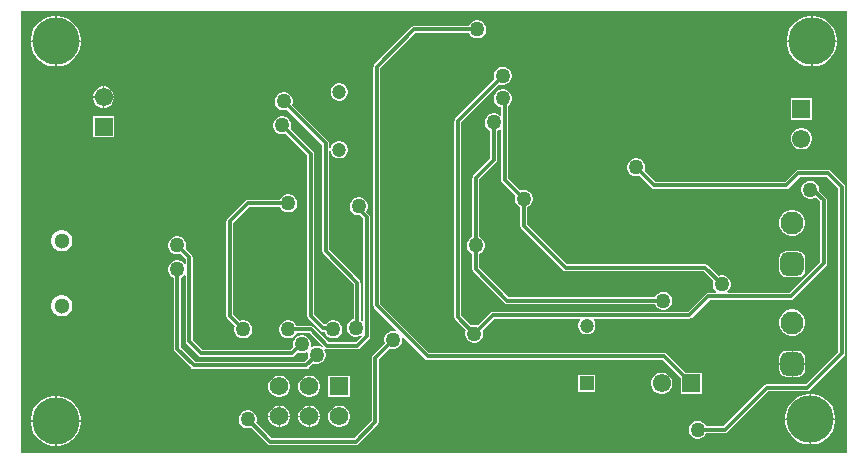
<source format=gbl>
G04*
G04 #@! TF.GenerationSoftware,Altium Limited,Altium Designer,23.10.1 (27)*
G04*
G04 Layer_Physical_Order=2*
G04 Layer_Color=16711680*
%FSLAX44Y44*%
%MOMM*%
G71*
G04*
G04 #@! TF.SameCoordinates,8FD05F9E-8C87-4FDC-AA44-F0996D1C9290*
G04*
G04*
G04 #@! TF.FilePolarity,Positive*
G04*
G01*
G75*
%ADD34C,1.5700*%
%ADD35R,1.5700X1.5700*%
%ADD39R,1.5500X1.5500*%
%ADD40C,1.5500*%
%ADD41R,1.5500X1.5500*%
%ADD46C,0.3200*%
%ADD47C,1.2000*%
%ADD48C,1.3000*%
%ADD49C,1.9500*%
G04:AMPARAMS|DCode=50|XSize=1.95mm|YSize=1.95mm|CornerRadius=0.4875mm|HoleSize=0mm|Usage=FLASHONLY|Rotation=90.000|XOffset=0mm|YOffset=0mm|HoleType=Round|Shape=RoundedRectangle|*
%AMROUNDEDRECTD50*
21,1,1.9500,0.9750,0,0,90.0*
21,1,0.9750,1.9500,0,0,90.0*
1,1,0.9750,0.4875,0.4875*
1,1,0.9750,0.4875,-0.4875*
1,1,0.9750,-0.4875,-0.4875*
1,1,0.9750,-0.4875,0.4875*
%
%ADD50ROUNDEDRECTD50*%
%ADD51R,1.2000X1.2000*%
%ADD52C,4.0000*%
%ADD53C,0.5500*%
%ADD54C,1.2700*%
G36*
X955541Y256039D02*
X256039D01*
Y630421D01*
X955541D01*
Y256039D01*
D02*
G37*
%LPC*%
G36*
X643623Y622300D02*
X641617D01*
X639679Y621781D01*
X637941Y620778D01*
X636522Y619359D01*
X635519Y617621D01*
X635515Y617606D01*
X589280D01*
X588160Y617383D01*
X587211Y616749D01*
X555461Y584999D01*
X554827Y584050D01*
X554604Y582930D01*
Y381000D01*
X554827Y379880D01*
X555461Y378931D01*
X574093Y360299D01*
X573435Y359160D01*
X572503Y359410D01*
X570497D01*
X568559Y358891D01*
X566821Y357887D01*
X565402Y356469D01*
X564399Y354731D01*
X563880Y352793D01*
Y350787D01*
X564399Y348849D01*
X564407Y348835D01*
X554191Y338619D01*
X553557Y337670D01*
X553334Y336550D01*
Y283152D01*
X538538Y268356D01*
X468572D01*
X455403Y281525D01*
X455411Y281539D01*
X455930Y283477D01*
Y285483D01*
X455411Y287421D01*
X454408Y289159D01*
X452989Y290578D01*
X451251Y291581D01*
X449313Y292100D01*
X447307D01*
X445369Y291581D01*
X443631Y290578D01*
X442212Y289159D01*
X441209Y287421D01*
X440690Y285483D01*
Y283477D01*
X441209Y281539D01*
X442212Y279801D01*
X443631Y278382D01*
X445369Y277379D01*
X447307Y276860D01*
X449313D01*
X451251Y277379D01*
X451265Y277387D01*
X465291Y263361D01*
X466240Y262726D01*
X467360Y262504D01*
X539750D01*
X540870Y262726D01*
X541819Y263361D01*
X558329Y279871D01*
X558964Y280820D01*
X559186Y281940D01*
Y335338D01*
X568545Y344697D01*
X568559Y344689D01*
X570497Y344170D01*
X572503D01*
X574441Y344689D01*
X576179Y345692D01*
X577598Y347111D01*
X578601Y348849D01*
X579120Y350787D01*
Y352793D01*
X578870Y353725D01*
X580009Y354383D01*
X598641Y335751D01*
X599590Y335117D01*
X600710Y334894D01*
X799758D01*
X814810Y319842D01*
Y305940D01*
X832850D01*
Y323980D01*
X818948D01*
X803039Y339889D01*
X802090Y340523D01*
X800970Y340746D01*
X601922D01*
X560456Y382212D01*
Y581718D01*
X590492Y611754D01*
X635515D01*
X635519Y611739D01*
X636522Y610001D01*
X637941Y608582D01*
X639679Y607579D01*
X641617Y607060D01*
X643623D01*
X645561Y607579D01*
X647299Y608582D01*
X648717Y610001D01*
X649721Y611739D01*
X650240Y613677D01*
Y615683D01*
X649721Y617621D01*
X648717Y619359D01*
X647299Y620778D01*
X645561Y621781D01*
X643623Y622300D01*
D02*
G37*
G36*
X927925Y625790D02*
X926465D01*
Y605155D01*
X947100D01*
Y606615D01*
X946283Y610724D01*
X944679Y614595D01*
X942352Y618079D01*
X939389Y621041D01*
X935905Y623369D01*
X932034Y624973D01*
X927925Y625790D01*
D02*
G37*
G36*
X925195D02*
X923735D01*
X919626Y624973D01*
X915755Y623369D01*
X912271Y621041D01*
X909308Y618079D01*
X906981Y614595D01*
X905377Y610724D01*
X904560Y606615D01*
Y605155D01*
X925195D01*
Y625790D01*
D02*
G37*
G36*
X287845D02*
X286385D01*
Y605155D01*
X307020D01*
Y606615D01*
X306203Y610724D01*
X304599Y614595D01*
X302271Y618079D01*
X299309Y621041D01*
X295825Y623369D01*
X291954Y624973D01*
X287845Y625790D01*
D02*
G37*
G36*
X285115D02*
X283655D01*
X279546Y624973D01*
X275675Y623369D01*
X272191Y621041D01*
X269228Y618079D01*
X266901Y614595D01*
X265297Y610724D01*
X264480Y606615D01*
Y605155D01*
X285115D01*
Y625790D01*
D02*
G37*
G36*
X947100Y603885D02*
X926465D01*
Y583250D01*
X927925D01*
X932034Y584067D01*
X935905Y585671D01*
X939389Y587999D01*
X942352Y590961D01*
X944679Y594445D01*
X946283Y598316D01*
X947100Y602425D01*
Y603885D01*
D02*
G37*
G36*
X925195D02*
X904560D01*
Y602425D01*
X905377Y598316D01*
X906981Y594445D01*
X909308Y590961D01*
X912271Y587999D01*
X915755Y585671D01*
X919626Y584067D01*
X923735Y583250D01*
X925195D01*
Y603885D01*
D02*
G37*
G36*
X307020D02*
X286385D01*
Y583250D01*
X287845D01*
X291954Y584067D01*
X295825Y585671D01*
X299309Y587999D01*
X302271Y590961D01*
X304599Y594445D01*
X306203Y598316D01*
X307020Y602425D01*
Y603885D01*
D02*
G37*
G36*
X285115D02*
X264480D01*
Y602425D01*
X265297Y598316D01*
X266901Y594445D01*
X269228Y590961D01*
X272191Y587999D01*
X275675Y585671D01*
X279546Y584067D01*
X283655Y583250D01*
X285115D01*
Y603885D01*
D02*
G37*
G36*
X665213Y582930D02*
X663207D01*
X661269Y582411D01*
X659531Y581408D01*
X658112Y579989D01*
X657109Y578251D01*
X656590Y576313D01*
Y574307D01*
X657109Y572369D01*
X657117Y572355D01*
X624041Y539279D01*
X623406Y538330D01*
X623184Y537210D01*
Y370840D01*
X623406Y369720D01*
X624041Y368771D01*
X632987Y359825D01*
X632979Y359811D01*
X632460Y357873D01*
Y355867D01*
X632979Y353929D01*
X633983Y352191D01*
X635401Y350773D01*
X637139Y349769D01*
X639077Y349250D01*
X641083D01*
X643021Y349769D01*
X644759Y350773D01*
X646178Y352191D01*
X647181Y353929D01*
X647700Y355867D01*
Y357873D01*
X647181Y359811D01*
X647173Y359825D01*
X657052Y369704D01*
X729196D01*
X729723Y368434D01*
X729513Y368224D01*
X728555Y366566D01*
X728060Y364717D01*
Y362803D01*
X728555Y360954D01*
X729513Y359296D01*
X730866Y357943D01*
X732524Y356985D01*
X734373Y356490D01*
X736287D01*
X738136Y356985D01*
X739794Y357943D01*
X741147Y359296D01*
X742105Y360954D01*
X742600Y362803D01*
Y364717D01*
X742105Y366566D01*
X741147Y368224D01*
X740938Y368434D01*
X741464Y369704D01*
X822210D01*
X823330Y369926D01*
X824279Y370561D01*
X839412Y385694D01*
X908050D01*
X909170Y385917D01*
X910119Y386551D01*
X938059Y414491D01*
X938693Y415440D01*
X938916Y416560D01*
Y469931D01*
X938693Y471050D01*
X938059Y472000D01*
X932180Y477879D01*
Y479793D01*
X931661Y481731D01*
X930658Y483469D01*
X929239Y484888D01*
X927501Y485891D01*
X925563Y486410D01*
X923557D01*
X921619Y485891D01*
X919881Y484888D01*
X918463Y483469D01*
X917459Y481731D01*
X916940Y479793D01*
Y477787D01*
X917459Y475849D01*
X918463Y474111D01*
X919881Y472692D01*
X921619Y471689D01*
X923557Y471170D01*
X925563D01*
X927501Y471689D01*
X929144Y472638D01*
X933064Y468719D01*
Y417772D01*
X906838Y391546D01*
X854881D01*
X854527Y392249D01*
X854443Y392816D01*
X855727Y394101D01*
X856731Y395839D01*
X857250Y397777D01*
Y399783D01*
X856731Y401721D01*
X855727Y403459D01*
X854309Y404878D01*
X852571Y405881D01*
X850633Y406400D01*
X848627D01*
X846689Y405881D01*
X846675Y405873D01*
X837729Y414819D01*
X836780Y415453D01*
X835660Y415676D01*
X718762D01*
X684916Y449522D01*
Y464065D01*
X684931Y464069D01*
X686669Y465073D01*
X688087Y466491D01*
X689091Y468229D01*
X689610Y470167D01*
Y472173D01*
X689091Y474111D01*
X688087Y475849D01*
X686669Y477267D01*
X684931Y478271D01*
X682993Y478790D01*
X680987D01*
X679049Y478271D01*
X679035Y478263D01*
X668736Y488562D01*
Y550074D01*
X668889Y550163D01*
X670307Y551581D01*
X671311Y553319D01*
X671830Y555257D01*
Y557263D01*
X671311Y559201D01*
X670307Y560939D01*
X668889Y562357D01*
X667151Y563361D01*
X665213Y563880D01*
X663207D01*
X661269Y563361D01*
X659531Y562357D01*
X658112Y560939D01*
X657109Y559201D01*
X656590Y557263D01*
Y555257D01*
X657109Y553319D01*
X658112Y551581D01*
X659531Y550163D01*
X661269Y549159D01*
X662884Y548727D01*
Y542219D01*
X661614Y541693D01*
X661269Y542038D01*
X659531Y543041D01*
X657593Y543560D01*
X655587D01*
X653649Y543041D01*
X651911Y542038D01*
X650492Y540619D01*
X649489Y538881D01*
X648970Y536943D01*
Y534937D01*
X649489Y532999D01*
X650492Y531261D01*
X651911Y529842D01*
X653649Y528839D01*
X653664Y528835D01*
Y505402D01*
X639281Y491019D01*
X638647Y490070D01*
X638424Y488950D01*
Y438905D01*
X638409Y438901D01*
X636671Y437897D01*
X635252Y436479D01*
X634249Y434741D01*
X633730Y432803D01*
Y430797D01*
X634249Y428859D01*
X635252Y427121D01*
X636671Y425703D01*
X638409Y424699D01*
X638424Y424695D01*
Y411480D01*
X638647Y410360D01*
X639281Y409411D01*
X665951Y382741D01*
X666900Y382107D01*
X668020Y381884D01*
X792995D01*
X792999Y381869D01*
X794003Y380131D01*
X795421Y378713D01*
X797159Y377709D01*
X799097Y377190D01*
X801103D01*
X803041Y377709D01*
X804779Y378713D01*
X806198Y380131D01*
X807201Y381869D01*
X807720Y383807D01*
Y385813D01*
X807201Y387751D01*
X806198Y389489D01*
X804779Y390908D01*
X803041Y391911D01*
X801103Y392430D01*
X799097D01*
X797159Y391911D01*
X795421Y390908D01*
X794003Y389489D01*
X792999Y387751D01*
X792995Y387736D01*
X669232D01*
X644276Y412692D01*
Y424695D01*
X644291Y424699D01*
X646029Y425703D01*
X647448Y427121D01*
X648451Y428859D01*
X648970Y430797D01*
Y432803D01*
X648451Y434741D01*
X647448Y436479D01*
X646029Y437897D01*
X644291Y438901D01*
X644276Y438905D01*
Y487738D01*
X658659Y502121D01*
X659294Y503070D01*
X659516Y504190D01*
Y528835D01*
X659531Y528839D01*
X661269Y529842D01*
X661614Y530187D01*
X662884Y529661D01*
Y487350D01*
X663107Y486230D01*
X663741Y485281D01*
X674897Y474125D01*
X674889Y474111D01*
X674370Y472173D01*
Y470167D01*
X674889Y468229D01*
X675892Y466491D01*
X677311Y465073D01*
X679049Y464069D01*
X679064Y464065D01*
Y448310D01*
X679286Y447190D01*
X679921Y446241D01*
X715481Y410681D01*
X716430Y410047D01*
X717550Y409824D01*
X834448D01*
X842537Y401735D01*
X842529Y401721D01*
X842010Y399783D01*
Y397777D01*
X842529Y395839D01*
X843532Y394101D01*
X844817Y392816D01*
X844733Y392249D01*
X844379Y391546D01*
X838200D01*
X837080Y391324D01*
X836131Y390689D01*
X820998Y375556D01*
X655840D01*
X654720Y375334D01*
X653771Y374699D01*
X643035Y363963D01*
X643021Y363971D01*
X641083Y364490D01*
X639077D01*
X637139Y363971D01*
X637125Y363963D01*
X629036Y372052D01*
Y535998D01*
X661255Y568217D01*
X661269Y568209D01*
X663207Y567690D01*
X665213D01*
X667151Y568209D01*
X668889Y569212D01*
X670307Y570631D01*
X671311Y572369D01*
X671830Y574307D01*
Y576313D01*
X671311Y578251D01*
X670307Y579989D01*
X668889Y581408D01*
X667151Y582411D01*
X665213Y582930D01*
D02*
G37*
G36*
X327407Y566350D02*
X326855D01*
Y557965D01*
X335240D01*
Y558517D01*
X334625Y560812D01*
X333438Y562868D01*
X331758Y564548D01*
X329702Y565735D01*
X327407Y566350D01*
D02*
G37*
G36*
X325585D02*
X325033D01*
X322738Y565735D01*
X320682Y564548D01*
X319002Y562868D01*
X317815Y560812D01*
X317200Y558517D01*
Y557965D01*
X325585D01*
Y566350D01*
D02*
G37*
G36*
X526737Y568880D02*
X524823D01*
X522974Y568385D01*
X521316Y567427D01*
X519963Y566074D01*
X519005Y564416D01*
X518510Y562567D01*
Y560653D01*
X519005Y558804D01*
X519963Y557146D01*
X521316Y555793D01*
X522974Y554836D01*
X524823Y554340D01*
X526737D01*
X528586Y554836D01*
X530244Y555793D01*
X531597Y557146D01*
X532555Y558804D01*
X533050Y560653D01*
Y562567D01*
X532555Y564416D01*
X531597Y566074D01*
X530244Y567427D01*
X528586Y568385D01*
X526737Y568880D01*
D02*
G37*
G36*
X335240Y556695D02*
X326855D01*
Y548310D01*
X327407D01*
X329702Y548925D01*
X331758Y550112D01*
X333438Y551792D01*
X334625Y553848D01*
X335240Y556143D01*
Y556695D01*
D02*
G37*
G36*
X325585D02*
X317200D01*
Y556143D01*
X317815Y553848D01*
X319002Y551792D01*
X320682Y550112D01*
X322738Y548925D01*
X325033Y548310D01*
X325585D01*
Y556695D01*
D02*
G37*
G36*
X926130Y556190D02*
X908090D01*
Y538150D01*
X926130D01*
Y556190D01*
D02*
G37*
G36*
X335240Y541350D02*
X317200D01*
Y523310D01*
X335240D01*
Y541350D01*
D02*
G37*
G36*
X918298Y531190D02*
X915922D01*
X913628Y530575D01*
X911572Y529388D01*
X909892Y527708D01*
X908705Y525652D01*
X908090Y523358D01*
Y520983D01*
X908705Y518688D01*
X909892Y516632D01*
X911572Y514952D01*
X913628Y513765D01*
X915922Y513150D01*
X918298D01*
X920592Y513765D01*
X922648Y514952D01*
X924328Y516632D01*
X925515Y518688D01*
X926130Y520983D01*
Y523358D01*
X925515Y525652D01*
X924328Y527708D01*
X922648Y529388D01*
X920592Y530575D01*
X918298Y531190D01*
D02*
G37*
G36*
X479793Y561340D02*
X477787D01*
X475849Y560821D01*
X474111Y559818D01*
X472692Y558399D01*
X471689Y556661D01*
X471170Y554723D01*
Y552717D01*
X471689Y550779D01*
X472692Y549041D01*
X474111Y547622D01*
X475849Y546619D01*
X477787Y546100D01*
X479793D01*
X481731Y546619D01*
X481745Y546627D01*
X511424Y516948D01*
Y426720D01*
X511646Y425600D01*
X512281Y424651D01*
X538094Y398838D01*
Y369395D01*
X536809Y369051D01*
X535071Y368047D01*
X533652Y366629D01*
X532649Y364891D01*
X532130Y362953D01*
Y360947D01*
X532649Y359009D01*
X533652Y357271D01*
X535071Y355853D01*
X536809Y354849D01*
X538747Y354330D01*
X540753D01*
X542691Y354849D01*
X543954Y355578D01*
X544734Y354562D01*
X539808Y349636D01*
X516832D01*
X503719Y362749D01*
X502770Y363383D01*
X501650Y363606D01*
X489705D01*
X489701Y363621D01*
X488698Y365359D01*
X487279Y366777D01*
X485541Y367781D01*
X483603Y368300D01*
X481597D01*
X479659Y367781D01*
X477921Y366777D01*
X476502Y365359D01*
X475499Y363621D01*
X474980Y361683D01*
Y359677D01*
X475499Y357739D01*
X476502Y356001D01*
X477921Y354582D01*
X479659Y353579D01*
X481597Y353060D01*
X483603D01*
X485541Y353579D01*
X487279Y354582D01*
X488698Y356001D01*
X489701Y357739D01*
X489705Y357754D01*
X500438D01*
X511714Y346478D01*
X510934Y345462D01*
X509671Y346191D01*
X507733Y346710D01*
X505727D01*
X503789Y346191D01*
X502565Y345484D01*
X501474Y346321D01*
X501650Y346977D01*
Y348983D01*
X501131Y350921D01*
X500127Y352659D01*
X498709Y354077D01*
X496971Y355081D01*
X495033Y355600D01*
X493027D01*
X491089Y355081D01*
X489351Y354077D01*
X487933Y352659D01*
X486929Y350921D01*
X486410Y348983D01*
Y346977D01*
X486822Y345439D01*
X484669Y343286D01*
X410152D01*
X401706Y351732D01*
Y421640D01*
X401483Y422760D01*
X400849Y423709D01*
X395713Y428845D01*
X395721Y428859D01*
X396240Y430797D01*
Y432803D01*
X395721Y434741D01*
X394717Y436479D01*
X393299Y437897D01*
X391561Y438901D01*
X389623Y439420D01*
X387617D01*
X385679Y438901D01*
X383941Y437897D01*
X382523Y436479D01*
X381519Y434741D01*
X381000Y432803D01*
Y430797D01*
X381519Y428859D01*
X382523Y427121D01*
X383941Y425703D01*
X385679Y424699D01*
X387617Y424180D01*
X389623D01*
X391561Y424699D01*
X391575Y424707D01*
X395854Y420428D01*
Y416731D01*
X395151Y416377D01*
X394584Y416293D01*
X393299Y417578D01*
X391561Y418581D01*
X389623Y419100D01*
X387617D01*
X385679Y418581D01*
X383941Y417578D01*
X382523Y416159D01*
X381519Y414421D01*
X381000Y412483D01*
Y410477D01*
X381519Y408539D01*
X382523Y406801D01*
X383941Y405382D01*
X385679Y404379D01*
X385694Y404375D01*
Y344170D01*
X385916Y343050D01*
X386551Y342101D01*
X400521Y328131D01*
X401470Y327496D01*
X402590Y327274D01*
X497840D01*
X498960Y327496D01*
X499909Y328131D01*
X503775Y331997D01*
X503789Y331989D01*
X505727Y331470D01*
X507733D01*
X509671Y331989D01*
X511409Y332993D01*
X512827Y334411D01*
X513831Y336149D01*
X514350Y338087D01*
Y340093D01*
X513831Y342031D01*
X512989Y343489D01*
X513941Y344380D01*
X514500Y344007D01*
X515620Y343784D01*
X541020D01*
X542140Y344007D01*
X543089Y344641D01*
X551039Y352591D01*
X551674Y353540D01*
X551896Y354660D01*
Y455732D01*
X551674Y456851D01*
X551039Y457801D01*
X548501Y460338D01*
X549391Y461879D01*
X549910Y463817D01*
Y465823D01*
X549391Y467761D01*
X548387Y469499D01*
X546969Y470918D01*
X545231Y471921D01*
X543293Y472440D01*
X541287D01*
X539349Y471921D01*
X537611Y470918D01*
X536193Y469499D01*
X535189Y467761D01*
X534670Y465823D01*
Y463817D01*
X535189Y461879D01*
X536193Y460141D01*
X537611Y458722D01*
X539349Y457719D01*
X541287Y457200D01*
X543293D01*
X543348Y457215D01*
X546044Y454520D01*
Y368333D01*
X544936Y367837D01*
X543946Y368534D01*
Y400050D01*
X543723Y401170D01*
X543089Y402119D01*
X517276Y427932D01*
Y511765D01*
X518510Y511853D01*
X519005Y510004D01*
X519963Y508346D01*
X521316Y506993D01*
X522974Y506035D01*
X524823Y505540D01*
X526737D01*
X528586Y506035D01*
X530244Y506993D01*
X531597Y508346D01*
X532555Y510004D01*
X533050Y511853D01*
Y513767D01*
X532555Y515616D01*
X531597Y517274D01*
X530244Y518628D01*
X528586Y519585D01*
X526737Y520080D01*
X524823D01*
X522974Y519585D01*
X521316Y518628D01*
X519963Y517274D01*
X519005Y515616D01*
X518510Y513767D01*
X517276Y513855D01*
Y518160D01*
X517053Y519280D01*
X516419Y520229D01*
X485883Y550765D01*
X485891Y550779D01*
X486410Y552717D01*
Y554723D01*
X485891Y556661D01*
X484888Y558399D01*
X483469Y559818D01*
X481731Y560821D01*
X479793Y561340D01*
D02*
G37*
G36*
X483603Y474980D02*
X481597D01*
X479659Y474461D01*
X477921Y473457D01*
X476502Y472039D01*
X475499Y470301D01*
X475495Y470286D01*
X448310D01*
X447190Y470064D01*
X446241Y469429D01*
X431001Y454189D01*
X430367Y453240D01*
X430144Y452120D01*
Y372110D01*
X430367Y370990D01*
X431001Y370041D01*
X437407Y363635D01*
X437399Y363621D01*
X436880Y361683D01*
Y359677D01*
X437399Y357739D01*
X438402Y356001D01*
X439821Y354582D01*
X441559Y353579D01*
X443497Y353060D01*
X445503D01*
X447441Y353579D01*
X449179Y354582D01*
X450597Y356001D01*
X451601Y357739D01*
X452120Y359677D01*
Y361683D01*
X451601Y363621D01*
X450597Y365359D01*
X449179Y366777D01*
X447441Y367781D01*
X445503Y368300D01*
X443497D01*
X441559Y367781D01*
X441545Y367773D01*
X435996Y373322D01*
Y450908D01*
X449522Y464434D01*
X475495D01*
X475499Y464419D01*
X476502Y462681D01*
X477921Y461263D01*
X479659Y460259D01*
X481597Y459740D01*
X483603D01*
X485541Y460259D01*
X487279Y461263D01*
X488698Y462681D01*
X489701Y464419D01*
X490220Y466357D01*
Y468363D01*
X489701Y470301D01*
X488698Y472039D01*
X487279Y473457D01*
X485541Y474461D01*
X483603Y474980D01*
D02*
G37*
G36*
X910771Y461870D02*
X907869D01*
X905066Y461119D01*
X902554Y459668D01*
X900502Y457616D01*
X899051Y455104D01*
X898300Y452301D01*
Y449399D01*
X899051Y446596D01*
X900502Y444084D01*
X902554Y442032D01*
X905066Y440581D01*
X907869Y439830D01*
X910771D01*
X913574Y440581D01*
X916086Y442032D01*
X918138Y444084D01*
X919589Y446596D01*
X920340Y449399D01*
Y452301D01*
X919589Y455104D01*
X918138Y457616D01*
X916086Y459668D01*
X913574Y461119D01*
X910771Y461870D01*
D02*
G37*
G36*
X292015Y444610D02*
X289645D01*
X287356Y443997D01*
X285304Y442812D01*
X283628Y441136D01*
X282443Y439084D01*
X281830Y436795D01*
Y434425D01*
X282443Y432136D01*
X283628Y430084D01*
X285304Y428408D01*
X287356Y427223D01*
X289645Y426610D01*
X292015D01*
X294304Y427223D01*
X296356Y428408D01*
X298032Y430084D01*
X299217Y432136D01*
X299830Y434425D01*
Y436795D01*
X299217Y439084D01*
X298032Y441136D01*
X296356Y442812D01*
X294304Y443997D01*
X292015Y444610D01*
D02*
G37*
G36*
X914195Y426990D02*
X904445D01*
X902047Y426513D01*
X900015Y425155D01*
X898656Y423123D01*
X898180Y420725D01*
Y410975D01*
X898656Y408577D01*
X900015Y406545D01*
X902047Y405187D01*
X904445Y404710D01*
X914195D01*
X916593Y405187D01*
X918625Y406545D01*
X919984Y408577D01*
X920460Y410975D01*
Y420725D01*
X919984Y423123D01*
X918625Y425155D01*
X916593Y426513D01*
X914195Y426990D01*
D02*
G37*
G36*
X292015Y389610D02*
X289645D01*
X287356Y388997D01*
X285304Y387812D01*
X283628Y386136D01*
X282443Y384084D01*
X281830Y381795D01*
Y379425D01*
X282443Y377136D01*
X283628Y375084D01*
X285304Y373408D01*
X287356Y372223D01*
X289645Y371610D01*
X292015D01*
X294304Y372223D01*
X296356Y373408D01*
X298032Y375084D01*
X299217Y377136D01*
X299830Y379425D01*
Y381795D01*
X299217Y384084D01*
X298032Y386136D01*
X296356Y387812D01*
X294304Y388997D01*
X292015Y389610D01*
D02*
G37*
G36*
X910771Y377490D02*
X907869D01*
X905066Y376739D01*
X902554Y375288D01*
X900502Y373236D01*
X899051Y370723D01*
X898300Y367921D01*
Y365019D01*
X899051Y362216D01*
X900502Y359703D01*
X902554Y357652D01*
X905066Y356201D01*
X907869Y355450D01*
X910771D01*
X913574Y356201D01*
X916086Y357652D01*
X918138Y359703D01*
X919589Y362216D01*
X920340Y365019D01*
Y367921D01*
X919589Y370723D01*
X918138Y373236D01*
X916086Y375288D01*
X913574Y376739D01*
X910771Y377490D01*
D02*
G37*
G36*
X478523Y541020D02*
X476517D01*
X474579Y540501D01*
X472841Y539497D01*
X471423Y538079D01*
X470419Y536341D01*
X469900Y534403D01*
Y532397D01*
X470419Y530459D01*
X471423Y528721D01*
X472841Y527303D01*
X474579Y526299D01*
X476517Y525780D01*
X478523D01*
X480461Y526299D01*
X480475Y526307D01*
X498724Y508058D01*
Y372110D01*
X498946Y370990D01*
X499581Y370041D01*
X510137Y359485D01*
X511086Y358851D01*
X512206Y358628D01*
X513361D01*
X513599Y357739D01*
X514603Y356001D01*
X516021Y354582D01*
X517759Y353579D01*
X519697Y353060D01*
X521703D01*
X523641Y353579D01*
X525379Y354582D01*
X526797Y356001D01*
X527801Y357739D01*
X528320Y359677D01*
Y361683D01*
X527801Y363621D01*
X526797Y365359D01*
X525379Y366777D01*
X523641Y367781D01*
X521703Y368300D01*
X519697D01*
X517759Y367781D01*
X516021Y366777D01*
X514603Y365359D01*
X514440Y365078D01*
X512971Y364928D01*
X504576Y373322D01*
Y509270D01*
X504353Y510390D01*
X503719Y511339D01*
X484613Y530445D01*
X484621Y530459D01*
X485140Y532397D01*
Y534403D01*
X484621Y536341D01*
X483618Y538079D01*
X482199Y539497D01*
X480461Y540501D01*
X478523Y541020D01*
D02*
G37*
G36*
X914195Y342610D02*
X909955D01*
Y332105D01*
X920460D01*
Y336345D01*
X919984Y338743D01*
X918625Y340775D01*
X916593Y342133D01*
X914195Y342610D01*
D02*
G37*
G36*
X908685D02*
X904445D01*
X902047Y342133D01*
X900015Y340775D01*
X898656Y338743D01*
X898180Y336345D01*
Y332105D01*
X908685D01*
Y342610D01*
D02*
G37*
G36*
X920460Y330835D02*
X909955D01*
Y320330D01*
X914195D01*
X916593Y320807D01*
X918625Y322165D01*
X919984Y324197D01*
X920460Y326595D01*
Y330835D01*
D02*
G37*
G36*
X908685D02*
X898180D01*
Y326595D01*
X898656Y324197D01*
X900015Y322165D01*
X902047Y320807D01*
X904445Y320330D01*
X908685D01*
Y330835D01*
D02*
G37*
G36*
X742600Y322230D02*
X728060D01*
Y307690D01*
X742600D01*
Y322230D01*
D02*
G37*
G36*
X800017Y323980D02*
X797643D01*
X795348Y323365D01*
X793292Y322178D01*
X791612Y320498D01*
X790425Y318442D01*
X789810Y316147D01*
Y313773D01*
X790425Y311478D01*
X791612Y309422D01*
X793292Y307742D01*
X795348Y306555D01*
X797643Y305940D01*
X800017D01*
X802312Y306555D01*
X804368Y307742D01*
X806048Y309422D01*
X807235Y311478D01*
X807850Y313773D01*
Y316147D01*
X807235Y318442D01*
X806048Y320498D01*
X804368Y322178D01*
X802312Y323365D01*
X800017Y323980D01*
D02*
G37*
G36*
X534900Y321540D02*
X516660D01*
Y303300D01*
X534900D01*
Y321540D01*
D02*
G37*
G36*
X501581D02*
X499179D01*
X496860Y320919D01*
X494780Y319718D01*
X493082Y318020D01*
X491881Y315940D01*
X491260Y313621D01*
Y311219D01*
X491881Y308900D01*
X493082Y306820D01*
X494780Y305122D01*
X496860Y303922D01*
X499179Y303300D01*
X501581D01*
X503900Y303922D01*
X505980Y305122D01*
X507678Y306820D01*
X508879Y308900D01*
X509500Y311219D01*
Y313621D01*
X508879Y315940D01*
X507678Y318020D01*
X505980Y319718D01*
X503900Y320919D01*
X501581Y321540D01*
D02*
G37*
G36*
X476181D02*
X473779D01*
X471460Y320919D01*
X469380Y319718D01*
X467682Y318020D01*
X466482Y315940D01*
X465860Y313621D01*
Y311219D01*
X466482Y308900D01*
X467682Y306820D01*
X469380Y305122D01*
X471460Y303922D01*
X473779Y303300D01*
X476181D01*
X478500Y303922D01*
X480580Y305122D01*
X482278Y306820D01*
X483479Y308900D01*
X484100Y311219D01*
Y313621D01*
X483479Y315940D01*
X482278Y318020D01*
X480580Y319718D01*
X478500Y320919D01*
X476181Y321540D01*
D02*
G37*
G36*
X501581Y296140D02*
X501015D01*
Y287655D01*
X509500D01*
Y288221D01*
X508879Y290540D01*
X507678Y292620D01*
X505980Y294318D01*
X503900Y295518D01*
X501581Y296140D01*
D02*
G37*
G36*
X476181D02*
X475615D01*
Y287655D01*
X484100D01*
Y288221D01*
X483479Y290540D01*
X482278Y292620D01*
X480580Y294318D01*
X478500Y295518D01*
X476181Y296140D01*
D02*
G37*
G36*
X499745D02*
X499179D01*
X496860Y295518D01*
X494780Y294318D01*
X493082Y292620D01*
X491881Y290540D01*
X491260Y288221D01*
Y287655D01*
X499745D01*
Y296140D01*
D02*
G37*
G36*
X474345D02*
X473779D01*
X471460Y295518D01*
X469380Y294318D01*
X467682Y292620D01*
X466482Y290540D01*
X465860Y288221D01*
Y287655D01*
X474345D01*
Y296140D01*
D02*
G37*
G36*
X926655Y305750D02*
X925195D01*
Y285115D01*
X945830D01*
Y286575D01*
X945013Y290684D01*
X943409Y294555D01*
X941081Y298039D01*
X938119Y301001D01*
X934635Y303329D01*
X930764Y304933D01*
X926655Y305750D01*
D02*
G37*
G36*
X923925D02*
X922465D01*
X918356Y304933D01*
X914485Y303329D01*
X911001Y301001D01*
X908038Y298039D01*
X905711Y294555D01*
X904107Y290684D01*
X903290Y286575D01*
Y285115D01*
X923925D01*
Y305750D01*
D02*
G37*
G36*
X287845Y304480D02*
X286385D01*
Y283845D01*
X307020D01*
Y285305D01*
X306203Y289414D01*
X304599Y293285D01*
X302271Y296769D01*
X299309Y299732D01*
X295825Y302059D01*
X291954Y303663D01*
X287845Y304480D01*
D02*
G37*
G36*
X285115D02*
X283655D01*
X279546Y303663D01*
X275675Y302059D01*
X272191Y299732D01*
X269228Y296769D01*
X266901Y293285D01*
X265297Y289414D01*
X264480Y285305D01*
Y283845D01*
X285115D01*
Y304480D01*
D02*
G37*
G36*
X778243Y505460D02*
X776237D01*
X774299Y504941D01*
X772561Y503937D01*
X771143Y502519D01*
X770139Y500781D01*
X769620Y498843D01*
Y496837D01*
X770139Y494899D01*
X771143Y493161D01*
X772561Y491743D01*
X774299Y490739D01*
X776237Y490220D01*
X778243D01*
X780181Y490739D01*
X780195Y490747D01*
X790411Y480531D01*
X791360Y479897D01*
X792480Y479674D01*
X904240D01*
X905360Y479897D01*
X906309Y480531D01*
X915612Y489834D01*
X938588D01*
X948304Y480118D01*
Y341572D01*
X920808Y314076D01*
X887730D01*
X886610Y313853D01*
X885661Y313219D01*
X850958Y278516D01*
X836415D01*
X836411Y278531D01*
X835407Y280269D01*
X833989Y281688D01*
X832251Y282691D01*
X830313Y283210D01*
X828307D01*
X826369Y282691D01*
X824631Y281688D01*
X823213Y280269D01*
X822209Y278531D01*
X821690Y276593D01*
Y274587D01*
X822209Y272649D01*
X823213Y270911D01*
X824631Y269492D01*
X826369Y268489D01*
X828307Y267970D01*
X830313D01*
X832251Y268489D01*
X833989Y269492D01*
X835407Y270911D01*
X836411Y272649D01*
X836415Y272664D01*
X852170D01*
X853290Y272887D01*
X854239Y273521D01*
X888942Y308224D01*
X922020D01*
X923140Y308447D01*
X924089Y309081D01*
X953299Y338291D01*
X953933Y339240D01*
X954156Y340360D01*
Y481330D01*
X953933Y482450D01*
X953299Y483399D01*
X941869Y494829D01*
X940920Y495463D01*
X939800Y495686D01*
X914400D01*
X913280Y495463D01*
X912331Y494829D01*
X903028Y485526D01*
X793692D01*
X784333Y494885D01*
X784341Y494899D01*
X784860Y496837D01*
Y498843D01*
X784341Y500781D01*
X783337Y502519D01*
X781919Y503937D01*
X780181Y504941D01*
X778243Y505460D01*
D02*
G37*
G36*
X526981Y296140D02*
X524579D01*
X522260Y295518D01*
X520180Y294318D01*
X518482Y292620D01*
X517281Y290540D01*
X516660Y288221D01*
Y285819D01*
X517281Y283500D01*
X518482Y281420D01*
X520180Y279722D01*
X522260Y278521D01*
X524579Y277900D01*
X526981D01*
X529300Y278521D01*
X531380Y279722D01*
X533078Y281420D01*
X534278Y283500D01*
X534900Y285819D01*
Y288221D01*
X534278Y290540D01*
X533078Y292620D01*
X531380Y294318D01*
X529300Y295518D01*
X526981Y296140D01*
D02*
G37*
G36*
X509500Y286385D02*
X501015D01*
Y277900D01*
X501581D01*
X503900Y278521D01*
X505980Y279722D01*
X507678Y281420D01*
X508879Y283500D01*
X509500Y285819D01*
Y286385D01*
D02*
G37*
G36*
X499745D02*
X491260D01*
Y285819D01*
X491881Y283500D01*
X493082Y281420D01*
X494780Y279722D01*
X496860Y278521D01*
X499179Y277900D01*
X499745D01*
Y286385D01*
D02*
G37*
G36*
X484100D02*
X475615D01*
Y277900D01*
X476181D01*
X478500Y278521D01*
X480580Y279722D01*
X482278Y281420D01*
X483479Y283500D01*
X484100Y285819D01*
Y286385D01*
D02*
G37*
G36*
X474345D02*
X465860D01*
Y285819D01*
X466482Y283500D01*
X467682Y281420D01*
X469380Y279722D01*
X471460Y278521D01*
X473779Y277900D01*
X474345D01*
Y286385D01*
D02*
G37*
G36*
X945830Y283845D02*
X925195D01*
Y263210D01*
X926655D01*
X930764Y264027D01*
X934635Y265631D01*
X938119Y267959D01*
X941081Y270921D01*
X943409Y274405D01*
X945013Y278276D01*
X945830Y282385D01*
Y283845D01*
D02*
G37*
G36*
X923925D02*
X903290D01*
Y282385D01*
X904107Y278276D01*
X905711Y274405D01*
X908038Y270921D01*
X911001Y267959D01*
X914485Y265631D01*
X918356Y264027D01*
X922465Y263210D01*
X923925D01*
Y283845D01*
D02*
G37*
G36*
X307020Y282575D02*
X286385D01*
Y261940D01*
X287845D01*
X291954Y262757D01*
X295825Y264361D01*
X299309Y266688D01*
X302271Y269651D01*
X304599Y273135D01*
X306203Y277006D01*
X307020Y281115D01*
Y282575D01*
D02*
G37*
G36*
X285115D02*
X264480D01*
Y281115D01*
X265297Y277006D01*
X266901Y273135D01*
X269228Y269651D01*
X272191Y266688D01*
X275675Y264361D01*
X279546Y262757D01*
X283655Y261940D01*
X285115D01*
Y282575D01*
D02*
G37*
%LPD*%
G36*
X395151Y406583D02*
X395854Y406229D01*
Y350520D01*
X396077Y349400D01*
X396711Y348451D01*
X406871Y338291D01*
X407820Y337657D01*
X408940Y337434D01*
X485882D01*
X487001Y337657D01*
X487951Y338291D01*
X490740Y341080D01*
X491089Y340879D01*
X493027Y340360D01*
X495033D01*
X496971Y340879D01*
X498195Y341586D01*
X499286Y340749D01*
X499110Y340093D01*
Y338087D01*
X499629Y336149D01*
X499637Y336135D01*
X496628Y333126D01*
X403802D01*
X391546Y345382D01*
Y404375D01*
X391561Y404379D01*
X393299Y405382D01*
X394584Y406667D01*
X395151Y406583D01*
D02*
G37*
D34*
X474980Y287020D02*
D03*
X500380D02*
D03*
X525780D02*
D03*
X474980Y312420D02*
D03*
X500380D02*
D03*
D35*
X525780D02*
D03*
D39*
X917110Y547170D02*
D03*
X326220Y532330D02*
D03*
D40*
X917110Y522170D02*
D03*
X798830Y314960D02*
D03*
X326220Y557330D02*
D03*
D41*
X823830Y314960D02*
D03*
D46*
X556260Y336550D02*
X571500Y351790D01*
X556260Y281940D02*
Y336550D01*
X539750Y265430D02*
X556260Y281940D01*
X448310Y284480D02*
X467360Y265430D01*
X539750D01*
X548970Y354660D02*
Y455732D01*
X541020Y363220D02*
Y400050D01*
X539750Y361950D02*
X541020Y363220D01*
Y346710D02*
X548970Y354660D01*
X542290Y462411D02*
X548970Y455732D01*
X542290Y462411D02*
Y464820D01*
X515620Y346710D02*
X541020D01*
X519826Y361554D02*
X520700Y360680D01*
X512206Y361554D02*
X519826D01*
X501650Y372110D02*
X512206Y361554D01*
X514350Y426720D02*
X541020Y400050D01*
X514350Y426720D02*
Y518160D01*
X478790Y553720D02*
X514350Y518160D01*
X501650Y372110D02*
Y509270D01*
Y360680D02*
X515620Y346710D01*
X482600Y360680D02*
X501650D01*
X477520Y533400D02*
X501650Y509270D01*
X485882Y340360D02*
X493502Y347980D01*
X494030D01*
X408940Y340360D02*
X485882D01*
X497840Y330200D02*
X506730Y339090D01*
X402590Y330200D02*
X497840D01*
X398780Y350520D02*
X408940Y340360D01*
X398780Y350520D02*
Y421640D01*
X388620Y431800D02*
X398780Y421640D01*
X388620Y344170D02*
Y411480D01*
Y344170D02*
X402590Y330200D01*
X433070Y372110D02*
X444500Y360680D01*
X433070Y372110D02*
Y452120D01*
X448310Y467360D01*
X482600D01*
X800970Y337820D02*
X823830Y314960D01*
X600710Y337820D02*
X800970D01*
X557530Y582930D02*
X589280Y614680D01*
X557530Y381000D02*
Y582930D01*
Y381000D02*
X600710Y337820D01*
X904240Y482600D02*
X914400Y492760D01*
X792480Y482600D02*
X904240D01*
X777240Y497840D02*
X792480Y482600D01*
X939800Y492760D02*
X951230Y481330D01*
X914400Y492760D02*
X939800D01*
X951230Y340360D02*
Y481330D01*
X935990Y416560D02*
Y469931D01*
X927131Y478790D02*
X935990Y469931D01*
X924560Y478790D02*
X927131D01*
X829310Y275590D02*
X852170D01*
X887730Y311150D01*
X922020D01*
X951230Y340360D01*
X589280Y614680D02*
X642620D01*
X626110Y370840D02*
Y537210D01*
Y370840D02*
X640080Y356870D01*
X626110Y537210D02*
X664210Y575310D01*
X838200Y388620D02*
X908050D01*
X935990Y416560D01*
X717550Y412750D02*
X835660D01*
X849630Y398780D01*
X681990Y448310D02*
X717550Y412750D01*
X822210Y372630D02*
X838200Y388620D01*
X655840Y372630D02*
X822210D01*
X640080Y356870D02*
X655840Y372630D01*
X668020Y384810D02*
X800100D01*
X641350Y411480D02*
X668020Y384810D01*
X641350Y411480D02*
Y431800D01*
X681990Y448310D02*
Y471170D01*
X665810Y487350D02*
Y554660D01*
X664210Y556260D02*
X665810Y554660D01*
Y487350D02*
X681990Y471170D01*
X641350Y488950D02*
X656590Y504190D01*
Y535940D01*
X641350Y431800D02*
Y488950D01*
D47*
X525780Y561610D02*
D03*
Y512810D02*
D03*
X735330Y363760D02*
D03*
D48*
X290830Y435610D02*
D03*
Y380610D02*
D03*
D49*
X909320Y450850D02*
D03*
Y366470D02*
D03*
D50*
Y415850D02*
D03*
Y331470D02*
D03*
D51*
X735330Y314960D02*
D03*
D52*
X285750Y283210D02*
D03*
Y604520D02*
D03*
X924560Y284480D02*
D03*
X925830Y604520D02*
D03*
D53*
X940001Y540000D02*
D03*
Y380000D02*
D03*
X930001Y360000D02*
D03*
X900001Y620000D02*
D03*
Y580000D02*
D03*
Y500000D02*
D03*
Y300000D02*
D03*
X880001Y620000D02*
D03*
X890001Y600000D02*
D03*
X880001Y580000D02*
D03*
X890001Y560000D02*
D03*
X880001Y500000D02*
D03*
Y460000D02*
D03*
X890001Y440000D02*
D03*
X880001Y420000D02*
D03*
Y340000D02*
D03*
X890001Y280000D02*
D03*
X860001Y620000D02*
D03*
Y540000D02*
D03*
X870001Y440000D02*
D03*
X850001Y520000D02*
D03*
Y360000D02*
D03*
X840001Y340000D02*
D03*
X850001Y320000D02*
D03*
X840001Y300000D02*
D03*
X830000Y600000D02*
D03*
X820000Y540000D02*
D03*
X830000Y440000D02*
D03*
Y400000D02*
D03*
Y360000D02*
D03*
X820000Y340000D02*
D03*
X810000Y600000D02*
D03*
Y360000D02*
D03*
X790000Y600000D02*
D03*
Y440000D02*
D03*
Y400000D02*
D03*
Y360000D02*
D03*
X780000Y300000D02*
D03*
X790000Y280000D02*
D03*
X770000Y600000D02*
D03*
Y400000D02*
D03*
Y360000D02*
D03*
Y320000D02*
D03*
X760000Y300000D02*
D03*
X770000Y280000D02*
D03*
X750000D02*
D03*
X730000Y560000D02*
D03*
X720000Y540000D02*
D03*
X730000Y400000D02*
D03*
Y280000D02*
D03*
X710000Y560000D02*
D03*
Y400000D02*
D03*
Y360000D02*
D03*
Y320000D02*
D03*
X660000Y620000D02*
D03*
X670000Y440000D02*
D03*
Y320000D02*
D03*
X650000D02*
D03*
X630000Y600000D02*
D03*
Y320000D02*
D03*
X610000Y600000D02*
D03*
X600000Y540000D02*
D03*
X610000Y320000D02*
D03*
X590000Y600000D02*
D03*
X580000Y580000D02*
D03*
X590000Y320000D02*
D03*
X560000Y620000D02*
D03*
X540000D02*
D03*
X550000Y600000D02*
D03*
X540000Y580000D02*
D03*
Y540000D02*
D03*
Y500000D02*
D03*
X520000Y620000D02*
D03*
X530000Y600000D02*
D03*
X520000Y540000D02*
D03*
X500000Y620000D02*
D03*
X510000Y600000D02*
D03*
X480000Y620000D02*
D03*
X490000Y600000D02*
D03*
X460000Y620000D02*
D03*
X470000Y600000D02*
D03*
X460000Y540000D02*
D03*
Y420000D02*
D03*
X440000Y620000D02*
D03*
X450000Y600000D02*
D03*
X440000Y540000D02*
D03*
X450000Y480000D02*
D03*
X420000Y620000D02*
D03*
X430000Y600000D02*
D03*
X420000Y580000D02*
D03*
X430000Y560000D02*
D03*
Y480000D02*
D03*
X400000Y620000D02*
D03*
X410000Y600000D02*
D03*
X400000Y580000D02*
D03*
Y500000D02*
D03*
X380000Y620000D02*
D03*
X390000Y600000D02*
D03*
X380000Y580000D02*
D03*
X390000Y520000D02*
D03*
X380000Y500000D02*
D03*
X390000Y480000D02*
D03*
X380000Y460000D02*
D03*
X360000Y620000D02*
D03*
X370000Y600000D02*
D03*
X360000Y580000D02*
D03*
X370000Y560000D02*
D03*
Y520000D02*
D03*
X360000Y500000D02*
D03*
X370000Y480000D02*
D03*
X360000Y460000D02*
D03*
X370000Y440000D02*
D03*
Y360000D02*
D03*
X360000Y340000D02*
D03*
X370000Y320000D02*
D03*
X340000Y620000D02*
D03*
X350000Y600000D02*
D03*
X340000Y580000D02*
D03*
X350000Y560000D02*
D03*
Y520000D02*
D03*
X340000Y500000D02*
D03*
X350000Y480000D02*
D03*
X340000Y460000D02*
D03*
X350000Y440000D02*
D03*
Y360000D02*
D03*
X340000Y340000D02*
D03*
X350000Y320000D02*
D03*
X340000Y300000D02*
D03*
X320000Y620000D02*
D03*
X330000Y600000D02*
D03*
X320000Y580000D02*
D03*
X330000Y440000D02*
D03*
X320000Y420000D02*
D03*
X330000Y400000D02*
D03*
X320000Y380000D02*
D03*
Y300000D02*
D03*
X330000Y280000D02*
D03*
X300000Y540000D02*
D03*
X310000Y520000D02*
D03*
Y440000D02*
D03*
X300000Y420000D02*
D03*
X310000Y400000D02*
D03*
X290000Y560000D02*
D03*
X280000Y540000D02*
D03*
X290000Y520000D02*
D03*
X280000Y420000D02*
D03*
X290000Y400000D02*
D03*
X270000Y560000D02*
D03*
Y520000D02*
D03*
Y440000D02*
D03*
Y400000D02*
D03*
D54*
X571500Y351790D02*
D03*
X539750Y361950D02*
D03*
X478790Y553720D02*
D03*
X477520Y533400D02*
D03*
X520700Y360680D02*
D03*
X494030Y347980D02*
D03*
X506730Y339090D02*
D03*
X542290Y464820D02*
D03*
X482600Y360680D02*
D03*
X444500D02*
D03*
X482600Y467360D02*
D03*
X448310Y284480D02*
D03*
X924560Y478790D02*
D03*
X829310Y275590D02*
D03*
X777240Y497840D02*
D03*
X642620Y614680D02*
D03*
X640080Y356870D02*
D03*
X681990Y471170D02*
D03*
X641350Y431800D02*
D03*
X849630Y398780D02*
D03*
X664210Y556260D02*
D03*
X800100Y384810D02*
D03*
X656590Y535940D02*
D03*
X664210Y575310D02*
D03*
X388620Y431800D02*
D03*
Y411480D02*
D03*
M02*

</source>
